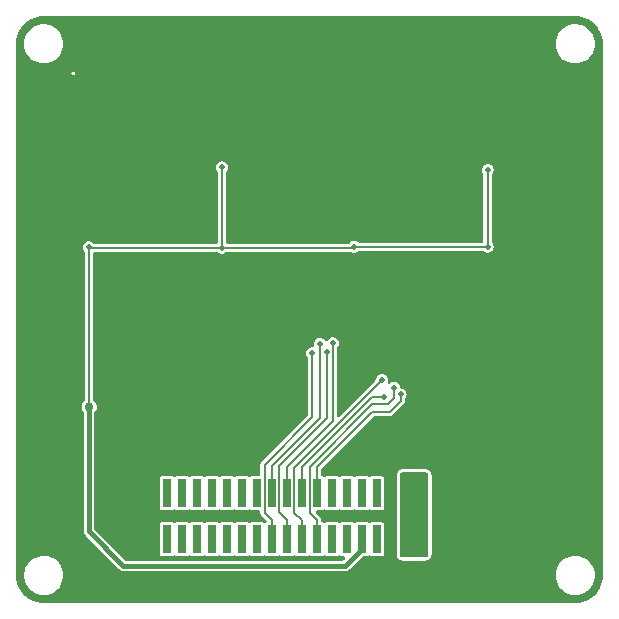
<source format=gbr>
%TF.GenerationSoftware,KiCad,Pcbnew,7.0.5*%
%TF.CreationDate,2023-06-16T02:28:43+08:00*%
%TF.ProjectId,io,696f2e6b-6963-4616-945f-706362585858,rev?*%
%TF.SameCoordinates,Original*%
%TF.FileFunction,Copper,L2,Bot*%
%TF.FilePolarity,Positive*%
%FSLAX46Y46*%
G04 Gerber Fmt 4.6, Leading zero omitted, Abs format (unit mm)*
G04 Created by KiCad (PCBNEW 7.0.5) date 2023-06-16 02:28:43*
%MOMM*%
%LPD*%
G01*
G04 APERTURE LIST*
%TA.AperFunction,SMDPad,CuDef*%
%ADD10R,0.740000X2.400000*%
%TD*%
%TA.AperFunction,ViaPad*%
%ADD11C,0.508000*%
%TD*%
%TA.AperFunction,ViaPad*%
%ADD12C,0.762000*%
%TD*%
%TA.AperFunction,Conductor*%
%ADD13C,0.203200*%
%TD*%
%TA.AperFunction,Conductor*%
%ADD14C,0.381000*%
%TD*%
G04 APERTURE END LIST*
D10*
%TO.P,J13,40,Pin_40*%
%TO.N,GND*%
X87785000Y-75170000D03*
%TO.P,J13,39,Pin_39*%
X87785000Y-71270000D03*
%TO.P,J13,38,Pin_38*%
X86515000Y-75170000D03*
%TO.P,J13,37,Pin_37*%
X86515000Y-71270000D03*
%TO.P,J13,36,Pin_36*%
%TO.N,/VBAT*%
X85245000Y-75170000D03*
%TO.P,J13,35,Pin_35*%
X85245000Y-71270000D03*
%TO.P,J13,34,Pin_34*%
X83975000Y-75170000D03*
%TO.P,J13,33,Pin_33*%
X83975000Y-71270000D03*
%TO.P,J13,32,Pin_32*%
%TO.N,GND*%
X82705000Y-75170000D03*
%TO.P,J13,31,Pin_31*%
X82705000Y-71270000D03*
%TO.P,J13,30,Pin_30*%
%TO.N,/+5V*%
X81435000Y-75170000D03*
%TO.P,J13,29,Pin_29*%
X81435000Y-71270000D03*
%TO.P,J13,28,Pin_28*%
%TO.N,+3.3V*%
X80165000Y-75170000D03*
%TO.P,J13,27,Pin_27*%
X80165000Y-71270000D03*
%TO.P,J13,26,Pin_26*%
%TO.N,/USB+*%
X78895000Y-75170000D03*
%TO.P,J13,25,Pin_25*%
%TO.N,/USB-*%
X78895000Y-71270000D03*
%TO.P,J13,24,Pin_24*%
%TO.N,/CAN_H*%
X77625000Y-75170000D03*
%TO.P,J13,23,Pin_23*%
%TO.N,/CAN_L*%
X77625000Y-71270000D03*
%TO.P,J13,22,Pin_22*%
%TO.N,/PWM_7*%
X76355000Y-75170000D03*
%TO.P,J13,21,Pin_21*%
%TO.N,/PWM_8*%
X76355000Y-71270000D03*
%TO.P,J13,20,Pin_20*%
%TO.N,/PWM_5*%
X75085000Y-75170000D03*
%TO.P,J13,19,Pin_19*%
%TO.N,/PWM_6*%
X75085000Y-71270000D03*
%TO.P,J13,18,Pin_18*%
%TO.N,/PWM_3*%
X73815000Y-75170000D03*
%TO.P,J13,17,Pin_17*%
%TO.N,/PWM_4*%
X73815000Y-71270000D03*
%TO.P,J13,16,Pin_16*%
%TO.N,/PWM_1*%
X72545000Y-75170000D03*
%TO.P,J13,15,Pin_15*%
%TO.N,/PWM_2*%
X72545000Y-71270000D03*
%TO.P,J13,14,Pin_14*%
%TO.N,/SPI_MOSI*%
X71275000Y-75170000D03*
%TO.P,J13,13,Pin_13*%
%TO.N,/SPI_MISO*%
X71275000Y-71270000D03*
%TO.P,J13,12,Pin_12*%
%TO.N,/SPI_CS*%
X70005000Y-75170000D03*
%TO.P,J13,11,Pin_11*%
%TO.N,/SPI_CLK*%
X70005000Y-71270000D03*
%TO.P,J13,10,Pin_10*%
%TO.N,/I2C_SDA*%
X68735000Y-75170000D03*
%TO.P,J13,9,Pin_9*%
%TO.N,/I2C_CLK*%
X68735000Y-71270000D03*
%TO.P,J13,8,Pin_8*%
%TO.N,/UART2_RX*%
X67465000Y-75170000D03*
%TO.P,J13,7,Pin_7*%
%TO.N,/UART2_TX*%
X67465000Y-71270000D03*
%TO.P,J13,6,Pin_6*%
%TO.N,/UART1_RX*%
X66195000Y-75170000D03*
%TO.P,J13,5,Pin_5*%
%TO.N,/UART1_TX*%
X66195000Y-71270000D03*
%TO.P,J13,4,Pin_4*%
%TO.N,/ADC_3*%
X64925000Y-75170000D03*
%TO.P,J13,3,Pin_3*%
%TO.N,/ADC_4*%
X64925000Y-71270000D03*
%TO.P,J13,2,Pin_2*%
%TO.N,/ADC_1*%
X63655000Y-75170000D03*
%TO.P,J13,1,Pin_1*%
%TO.N,/ADC_2*%
X63655000Y-71270000D03*
%TD*%
D11*
%TO.N,GND*%
X60657800Y-48658200D03*
X58473400Y-48658200D03*
X60124400Y-38828400D03*
X57940000Y-38828400D03*
X71427400Y-38701400D03*
X69243000Y-38701400D03*
X82705000Y-38879200D03*
X80520600Y-38879200D03*
X92052200Y-48963000D03*
X93906400Y-39006200D03*
X91722000Y-39006200D03*
X94236600Y-48963000D03*
X69827200Y-59732600D03*
X60505400Y-59072200D03*
X84991000Y-61612200D03*
X79276000Y-55516200D03*
X82984400Y-54576400D03*
X79987200Y-60494600D03*
X88597800Y-56125800D03*
X88597800Y-53179400D03*
X71884600Y-55567000D03*
X74831000Y-55567000D03*
X62588200Y-54703400D03*
X65534600Y-54703400D03*
X93931800Y-56887800D03*
X93931800Y-59351600D03*
X91341000Y-59351600D03*
X98478400Y-57192600D03*
X65356800Y-43654400D03*
X62410400Y-43654400D03*
X77066200Y-43781400D03*
X74119800Y-43781400D03*
X87912000Y-43984600D03*
X84965600Y-43984600D03*
X88496200Y-67479600D03*
X85549800Y-67479600D03*
X82578000Y-67479600D03*
X79631600Y-67479600D03*
X64137600Y-65727000D03*
X61191200Y-65727000D03*
X65966400Y-63491800D03*
X63020000Y-63491800D03*
X58346400Y-78604800D03*
X70208200Y-78604800D03*
X67261800Y-78604800D03*
X61369000Y-78604800D03*
X64315400Y-78604800D03*
X84381400Y-33799200D03*
X93169800Y-33799200D03*
X87327800Y-33799200D03*
X90274200Y-33799200D03*
X81435000Y-33799200D03*
X60708600Y-33773800D03*
X69497000Y-33773800D03*
X63655000Y-33773800D03*
X66601400Y-33773800D03*
X72443400Y-33773800D03*
X75389800Y-33773800D03*
X78336200Y-33773800D03*
X57762200Y-33773800D03*
X53139400Y-42308200D03*
X53139400Y-36466200D03*
X53139400Y-39412600D03*
X53139400Y-45254600D03*
X53139400Y-48201000D03*
X53139400Y-51147400D03*
X53088600Y-56887800D03*
X53088600Y-65676200D03*
X53088600Y-59834200D03*
X53088600Y-62780600D03*
X53088600Y-68622600D03*
X53088600Y-71569000D03*
X53088600Y-74515400D03*
X53088600Y-53941400D03*
X76228000Y-78604800D03*
X85016400Y-78604800D03*
X79174400Y-78604800D03*
X82120800Y-78604800D03*
X87962800Y-78604800D03*
X90909200Y-78604800D03*
X93855600Y-78604800D03*
X73281600Y-78604800D03*
X98503800Y-63212400D03*
X98503800Y-72000800D03*
X98503800Y-66158800D03*
X98503800Y-69105200D03*
X98503800Y-74947200D03*
X98503800Y-60266000D03*
X98478400Y-39641200D03*
X98478400Y-48429600D03*
X98478400Y-42587600D03*
X98478400Y-45534000D03*
X98478400Y-51376000D03*
X98478400Y-54322400D03*
X98478400Y-36694800D03*
%TO.N,+3.3V*%
X57046800Y-50461600D03*
X68328600Y-43679800D03*
X68303200Y-50487000D03*
X79533532Y-50410800D03*
X90807600Y-50385400D03*
X90807600Y-43908400D03*
%TO.N,/PWM_8*%
X83441600Y-62907600D03*
%TO.N,/PWM_7*%
X82907700Y-62323400D03*
%TO.N,/PWM_6*%
X82070000Y-63110800D03*
%TO.N,/PWM_5*%
X81846506Y-61688400D03*
%TO.N,/PWM_4*%
X77701200Y-58589600D03*
%TO.N,/PWM_3*%
X77193200Y-59351600D03*
%TO.N,/PWM_2*%
X76609000Y-58615000D03*
%TO.N,/PWM_1*%
X75948600Y-59427800D03*
D12*
%TO.N,+3.3V*%
X57072600Y-63949000D03*
D11*
X80213200Y-72136000D03*
X80162400Y-74320400D03*
X80213200Y-71374000D03*
X80162400Y-75082400D03*
%TO.N,GND*%
X86512400Y-71221600D03*
X82702400Y-74371200D03*
X86512400Y-72136000D03*
X82702400Y-72136000D03*
X87833200Y-72136000D03*
X82702400Y-75133200D03*
X86512400Y-74320400D03*
X87833200Y-71272400D03*
X87782400Y-75184000D03*
X86512400Y-75133200D03*
X82702400Y-71374000D03*
X87782400Y-74320400D03*
%TO.N,/SPI_CS*%
X70002400Y-74320400D03*
X70002400Y-75082400D03*
%TO.N,/SPI_CLK*%
X70002400Y-72153200D03*
X70002400Y-71391200D03*
%TO.N,/SPI_MOSI*%
X71272400Y-74320400D03*
X71272400Y-75082400D03*
%TO.N,/SPI_MISO*%
X71272400Y-71391200D03*
X71272400Y-72153200D03*
%TO.N,/I2C_CLK*%
X68732400Y-71323200D03*
X68732400Y-72136000D03*
%TO.N,/PWM_1*%
X72542400Y-74320400D03*
X72542400Y-75082400D03*
%TO.N,/PWM_2*%
X72542400Y-72153200D03*
X72542400Y-71391200D03*
%TO.N,/PWM_3*%
X73812400Y-75082400D03*
X73812400Y-74320400D03*
%TO.N,/PWM_4*%
X73812400Y-71391200D03*
X73812400Y-72153200D03*
%TO.N,/PWM_5*%
X75082400Y-74320400D03*
X75082400Y-75082400D03*
%TO.N,/PWM_6*%
X75082400Y-72136000D03*
X75082400Y-71374000D03*
%TO.N,/PWM_7*%
X76352400Y-75082400D03*
X76352400Y-74320400D03*
%TO.N,/PWM_8*%
X76403200Y-71374000D03*
X76403200Y-72136000D03*
%TO.N,/ADC_1*%
X63652400Y-74320400D03*
X63652400Y-75082400D03*
%TO.N,/ADC_3*%
X64922400Y-74320400D03*
X64922400Y-75082400D03*
%TO.N,/ADC_4*%
X64922400Y-72136000D03*
X64922400Y-71323200D03*
%TO.N,/UART1_RX*%
X66192400Y-75133200D03*
X66192400Y-74371200D03*
%TO.N,/UART1_TX*%
X66192400Y-71323200D03*
X66192400Y-72136000D03*
%TO.N,/ADC_2*%
X63652400Y-71323200D03*
X63652400Y-72136000D03*
%TO.N,/I2C_SDA*%
X68732400Y-74320400D03*
X68732400Y-75082400D03*
%TO.N,/UART2_RX*%
X67462400Y-74320400D03*
X67462400Y-75082400D03*
%TO.N,/CAN_L*%
X77622400Y-71374000D03*
X77622400Y-72136000D03*
%TO.N,/CAN_H*%
X77622400Y-75133200D03*
X77622400Y-74371200D03*
%TO.N,/USB-*%
X78892400Y-72085200D03*
X78892400Y-71323200D03*
%TO.N,/USB+*%
X78892400Y-75133200D03*
X78892400Y-74371200D03*
%TO.N,/+5V*%
X81432400Y-75133200D03*
X81432400Y-74371200D03*
X81432400Y-71374000D03*
X81432400Y-72136000D03*
%TO.N,/VBAT*%
X85191600Y-73253600D03*
X83972400Y-75184000D03*
X85242400Y-72136000D03*
X85242400Y-75184000D03*
X83972400Y-71170800D03*
X85242400Y-71170800D03*
X83972400Y-74371200D03*
X83972400Y-72136000D03*
X85242400Y-74371200D03*
X83972400Y-73253600D03*
%TO.N,/UART2_TX*%
X67462400Y-71323200D03*
X67462400Y-72136000D03*
%TD*%
D13*
%TO.N,/PWM_6*%
X75082400Y-69057000D02*
X75082400Y-71374000D01*
X81028600Y-63110800D02*
X75082400Y-69057000D01*
X82070000Y-63110800D02*
X81028600Y-63110800D01*
%TO.N,+3.3V*%
X57046800Y-63923200D02*
X57046800Y-50461600D01*
X57072600Y-63949000D02*
X57046800Y-63923200D01*
D14*
X78754000Y-77411000D02*
X80165000Y-76000000D01*
X57051000Y-63970600D02*
X57051000Y-74490000D01*
X57051000Y-74490000D02*
X59972000Y-77411000D01*
X57072600Y-63949000D02*
X57051000Y-63970600D01*
X80165000Y-76000000D02*
X80165000Y-75170000D01*
X59972000Y-77411000D02*
X78754000Y-77411000D01*
D13*
X57046800Y-50461600D02*
X57072200Y-50487000D01*
X57072200Y-50487000D02*
X68303200Y-50487000D01*
X68303200Y-43705200D02*
X68328600Y-43679800D01*
X68303200Y-50487000D02*
X68303200Y-43705200D01*
X68303200Y-50487000D02*
X79457332Y-50487000D01*
X79457332Y-50487000D02*
X79533532Y-50410800D01*
X90782200Y-50410800D02*
X79533532Y-50410800D01*
X90807600Y-50385400D02*
X90782200Y-50410800D01*
X90807600Y-50385400D02*
X90807600Y-43908400D01*
%TO.N,/PWM_2*%
X72542400Y-68930000D02*
X72542400Y-71391200D01*
X76609000Y-64863400D02*
X72542400Y-68930000D01*
X76609000Y-58615000D02*
X76609000Y-64863400D01*
%TO.N,/PWM_5*%
X75085000Y-73575600D02*
X75085000Y-75170000D01*
X74439000Y-69095906D02*
X74439000Y-72929600D01*
X81846506Y-61688400D02*
X74439000Y-69095906D01*
X74439000Y-72929600D02*
X75085000Y-73575600D01*
%TO.N,/PWM_8*%
X82527200Y-64355400D02*
X83441600Y-63441000D01*
X83441600Y-63441000D02*
X83441600Y-62907600D01*
X81054000Y-64355400D02*
X82527200Y-64355400D01*
X76355000Y-69054400D02*
X81054000Y-64355400D01*
X76355000Y-71270000D02*
X76355000Y-69054400D01*
%TO.N,/PWM_7*%
X82907700Y-63220121D02*
X82907700Y-63060000D01*
X82382021Y-63745800D02*
X82907700Y-63220121D01*
X75731000Y-69068800D02*
X81054000Y-63745800D01*
X75731000Y-72900800D02*
X75731000Y-69068800D01*
X76352400Y-73522200D02*
X75731000Y-72900800D01*
X81054000Y-63745800D02*
X82382021Y-63745800D01*
X76352400Y-75082400D02*
X76352400Y-73522200D01*
X82907700Y-62323400D02*
X82907700Y-63060000D01*
%TO.N,/PWM_4*%
X73815000Y-69054400D02*
X77701200Y-65168200D01*
X77701200Y-65168200D02*
X77701200Y-64355400D01*
X73815000Y-71270000D02*
X73815000Y-69054400D01*
X77701200Y-58589600D02*
X77701200Y-64355400D01*
%TO.N,/PWM_3*%
X77193200Y-64939600D02*
X77193200Y-64279200D01*
X73169000Y-68963800D02*
X77193200Y-64939600D01*
X73169000Y-72853400D02*
X73169000Y-68963800D01*
X73815000Y-73499400D02*
X73169000Y-72853400D01*
X73815000Y-75170000D02*
X73815000Y-73499400D01*
X77193200Y-59351600D02*
X77193200Y-64279200D01*
%TO.N,/PWM_1*%
X72545000Y-73524800D02*
X72545000Y-75170000D01*
X71921000Y-72900800D02*
X72545000Y-73524800D01*
X75948600Y-64812600D02*
X71921000Y-68840200D01*
X71921000Y-68840200D02*
X71921000Y-72900800D01*
X75948600Y-59427800D02*
X75948600Y-64812600D01*
%TD*%
%TA.AperFunction,Conductor*%
%TO.N,GND*%
G36*
X88341200Y-76708000D02*
G01*
X86106000Y-76708000D01*
X86106000Y-69494400D01*
X88341200Y-69494400D01*
X88341200Y-76708000D01*
G37*
%TD.AperFunction*%
%TD*%
%TA.AperFunction,Conductor*%
%TO.N,/VBAT*%
G36*
X85559370Y-69496821D02*
G01*
X85585658Y-69502049D01*
X85619821Y-69508845D01*
X85665237Y-69527657D01*
X85705968Y-69554872D01*
X85740727Y-69589631D01*
X85767941Y-69630359D01*
X85786754Y-69675778D01*
X85798779Y-69736229D01*
X85801200Y-69760811D01*
X85801200Y-76441588D01*
X85798779Y-76466170D01*
X85786754Y-76526621D01*
X85767941Y-76572040D01*
X85740730Y-76612765D01*
X85705965Y-76647530D01*
X85665240Y-76674741D01*
X85619822Y-76693554D01*
X85581576Y-76701162D01*
X85559369Y-76705579D01*
X85534789Y-76708000D01*
X83629211Y-76708000D01*
X83604629Y-76705579D01*
X83544178Y-76693554D01*
X83498759Y-76674741D01*
X83458031Y-76647527D01*
X83423272Y-76612768D01*
X83396057Y-76572037D01*
X83377245Y-76526619D01*
X83365221Y-76466168D01*
X83362800Y-76441588D01*
X83362800Y-69760811D01*
X83365221Y-69736231D01*
X83377245Y-69675780D01*
X83396056Y-69630363D01*
X83423274Y-69589628D01*
X83458028Y-69554874D01*
X83498763Y-69527656D01*
X83544178Y-69508845D01*
X83567896Y-69504127D01*
X83604631Y-69496821D01*
X83629211Y-69494400D01*
X85534789Y-69494400D01*
X85559370Y-69496821D01*
G37*
%TD.AperFunction*%
%TD*%
%TA.AperFunction,Conductor*%
%TO.N,GND*%
G36*
X98221900Y-30873014D02*
G01*
X98499114Y-30889783D01*
X98506656Y-30890699D01*
X98777960Y-30940417D01*
X98785333Y-30942234D01*
X99048654Y-31024289D01*
X99055764Y-31026985D01*
X99307282Y-31140184D01*
X99314014Y-31143718D01*
X99550055Y-31286410D01*
X99556296Y-31290718D01*
X99773422Y-31460825D01*
X99779104Y-31465859D01*
X99974139Y-31660894D01*
X99979175Y-31666578D01*
X100149278Y-31883700D01*
X100153591Y-31889948D01*
X100192397Y-31954140D01*
X100296281Y-32125985D01*
X100299818Y-32132723D01*
X100399452Y-32354101D01*
X100413010Y-32384225D01*
X100415710Y-32391345D01*
X100497763Y-32654661D01*
X100499586Y-32662055D01*
X100549299Y-32933336D01*
X100550217Y-32940895D01*
X100565881Y-33199869D01*
X100566984Y-33218096D01*
X100567099Y-33221901D01*
X100567100Y-78185102D01*
X100567100Y-78218097D01*
X100566985Y-78221902D01*
X100550217Y-78499104D01*
X100549299Y-78506663D01*
X100499586Y-78777944D01*
X100497763Y-78785338D01*
X100415710Y-79048654D01*
X100413010Y-79055774D01*
X100299820Y-79307272D01*
X100296281Y-79314014D01*
X100153597Y-79550043D01*
X100149272Y-79556307D01*
X100038813Y-79697299D01*
X99979181Y-79773414D01*
X99974132Y-79779113D01*
X99779113Y-79974132D01*
X99773414Y-79979181D01*
X99556310Y-80149271D01*
X99550043Y-80153597D01*
X99314014Y-80296281D01*
X99307272Y-80299820D01*
X99055774Y-80413010D01*
X99048654Y-80415710D01*
X98785338Y-80497763D01*
X98777944Y-80499586D01*
X98506663Y-80549299D01*
X98499104Y-80550217D01*
X98257109Y-80564855D01*
X98221900Y-80566985D01*
X98218097Y-80567100D01*
X53221903Y-80567100D01*
X53218099Y-80566985D01*
X53176445Y-80564465D01*
X52940895Y-80550217D01*
X52933336Y-80549299D01*
X52760556Y-80517636D01*
X52662051Y-80499585D01*
X52654661Y-80497763D01*
X52391345Y-80415710D01*
X52384225Y-80413010D01*
X52132723Y-80299818D01*
X52125985Y-80296281D01*
X51968753Y-80201231D01*
X51889948Y-80153591D01*
X51883700Y-80149278D01*
X51666578Y-79979175D01*
X51660894Y-79974139D01*
X51465859Y-79779104D01*
X51460825Y-79773422D01*
X51290718Y-79556296D01*
X51286410Y-79550055D01*
X51143718Y-79314014D01*
X51140184Y-79307282D01*
X51026985Y-79055764D01*
X51024289Y-79048654D01*
X50995284Y-78955574D01*
X50942234Y-78785333D01*
X50940417Y-78777960D01*
X50890699Y-78506656D01*
X50889783Y-78499114D01*
X50873014Y-78221900D01*
X50872957Y-78220000D01*
X51561989Y-78220000D01*
X51582402Y-78479370D01*
X51601589Y-78559292D01*
X51643137Y-78732352D01*
X51742700Y-78972719D01*
X51878642Y-79194555D01*
X51878643Y-79194557D01*
X52047608Y-79392391D01*
X52239534Y-79556310D01*
X52245446Y-79561359D01*
X52467279Y-79697299D01*
X52707646Y-79796862D01*
X52960630Y-79857598D01*
X53220000Y-79878011D01*
X53479370Y-79857598D01*
X53732354Y-79796862D01*
X53972721Y-79697299D01*
X54194554Y-79561359D01*
X54392391Y-79392391D01*
X54561359Y-79194554D01*
X54697299Y-78972721D01*
X54796862Y-78732354D01*
X54857598Y-78479370D01*
X54878011Y-78220000D01*
X96561989Y-78220000D01*
X96582402Y-78479370D01*
X96601589Y-78559292D01*
X96643137Y-78732352D01*
X96742700Y-78972719D01*
X96878642Y-79194555D01*
X96878643Y-79194557D01*
X97047608Y-79392391D01*
X97239534Y-79556310D01*
X97245446Y-79561359D01*
X97467279Y-79697299D01*
X97707646Y-79796862D01*
X97960630Y-79857598D01*
X98220000Y-79878011D01*
X98479370Y-79857598D01*
X98732354Y-79796862D01*
X98972721Y-79697299D01*
X99194554Y-79561359D01*
X99392391Y-79392391D01*
X99561359Y-79194554D01*
X99697299Y-78972721D01*
X99796862Y-78732354D01*
X99857598Y-78479370D01*
X99878011Y-78220000D01*
X99857598Y-77960630D01*
X99796862Y-77707646D01*
X99697299Y-77467279D01*
X99561359Y-77245446D01*
X99512349Y-77188062D01*
X99392391Y-77047608D01*
X99194557Y-76878643D01*
X99194555Y-76878642D01*
X99194554Y-76878641D01*
X98972721Y-76742701D01*
X98908757Y-76716206D01*
X98732352Y-76643137D01*
X98559292Y-76601589D01*
X98479370Y-76582402D01*
X98220000Y-76561989D01*
X97960630Y-76582402D01*
X97707647Y-76643137D01*
X97467280Y-76742700D01*
X97245444Y-76878642D01*
X97245442Y-76878643D01*
X97047608Y-77047608D01*
X96878643Y-77245442D01*
X96878642Y-77245444D01*
X96742700Y-77467280D01*
X96643137Y-77707647D01*
X96606390Y-77860711D01*
X96582402Y-77960630D01*
X96561989Y-78220000D01*
X54878011Y-78220000D01*
X54857598Y-77960630D01*
X54796862Y-77707646D01*
X54697299Y-77467279D01*
X54561359Y-77245446D01*
X54512349Y-77188062D01*
X54392391Y-77047608D01*
X54194557Y-76878643D01*
X54194555Y-76878642D01*
X54194554Y-76878641D01*
X53972721Y-76742701D01*
X53908757Y-76716206D01*
X53732352Y-76643137D01*
X53559292Y-76601589D01*
X53479370Y-76582402D01*
X53220000Y-76561989D01*
X52960630Y-76582402D01*
X52707647Y-76643137D01*
X52467280Y-76742700D01*
X52245444Y-76878642D01*
X52245442Y-76878643D01*
X52047608Y-77047608D01*
X51878643Y-77245442D01*
X51878642Y-77245444D01*
X51742700Y-77467280D01*
X51643137Y-77707647D01*
X51606390Y-77860711D01*
X51582402Y-77960630D01*
X51561989Y-78220000D01*
X50872957Y-78220000D01*
X50872900Y-78218097D01*
X50872900Y-78185101D01*
X50872900Y-63949003D01*
X56432432Y-63949003D01*
X56451032Y-64102199D01*
X56493785Y-64214929D01*
X56505759Y-64246501D01*
X56583696Y-64359413D01*
X56605932Y-64426836D01*
X56606000Y-64430988D01*
X56606000Y-74461471D01*
X56605604Y-74468530D01*
X56601289Y-74506827D01*
X56611990Y-74563386D01*
X56612384Y-74565707D01*
X56620967Y-74622648D01*
X56623441Y-74630669D01*
X56626227Y-74638633D01*
X56653125Y-74689527D01*
X56654187Y-74691630D01*
X56679171Y-74743510D01*
X56683911Y-74750461D01*
X56688912Y-74757238D01*
X56709264Y-74777589D01*
X56729642Y-74797967D01*
X56731252Y-74799639D01*
X56770412Y-74841843D01*
X56777793Y-74847729D01*
X56777242Y-74848418D01*
X56789493Y-74857818D01*
X59637174Y-77705499D01*
X59641875Y-77710760D01*
X59665905Y-77740892D01*
X59692853Y-77759265D01*
X59713470Y-77773322D01*
X59715375Y-77774674D01*
X59726425Y-77782829D01*
X59761720Y-77808878D01*
X59769105Y-77812781D01*
X59776738Y-77816457D01*
X59776741Y-77816459D01*
X59831761Y-77833430D01*
X59833958Y-77834153D01*
X59888335Y-77853181D01*
X59888341Y-77853181D01*
X59896620Y-77854748D01*
X59904926Y-77856000D01*
X59904927Y-77856000D01*
X59962506Y-77856000D01*
X59964861Y-77856044D01*
X59994132Y-77857139D01*
X60022386Y-77858196D01*
X60022386Y-77858195D01*
X60022387Y-77858196D01*
X60031771Y-77857139D01*
X60031869Y-77858014D01*
X60047171Y-77856000D01*
X78725472Y-77856000D01*
X78732526Y-77856395D01*
X78770827Y-77860711D01*
X78827418Y-77850002D01*
X78829685Y-77849617D01*
X78886647Y-77841033D01*
X78886652Y-77841030D01*
X78894669Y-77838557D01*
X78902625Y-77835773D01*
X78902634Y-77835772D01*
X78953541Y-77808866D01*
X78955631Y-77807812D01*
X78972767Y-77799559D01*
X79007509Y-77782829D01*
X79007513Y-77782825D01*
X79014465Y-77778085D01*
X79021227Y-77773093D01*
X79021235Y-77773090D01*
X79061980Y-77732343D01*
X79063632Y-77730753D01*
X79105844Y-77691587D01*
X79105848Y-77691579D01*
X79111731Y-77684203D01*
X79112424Y-77684756D01*
X79121816Y-77672507D01*
X80132919Y-76661403D01*
X80195232Y-76627378D01*
X80222015Y-76624499D01*
X80560064Y-76624499D01*
X80560066Y-76624499D01*
X80560069Y-76624498D01*
X80560072Y-76624498D01*
X80596663Y-76617219D01*
X80634301Y-76609734D01*
X80718484Y-76553484D01*
X80718484Y-76553483D01*
X80728803Y-76546589D01*
X80731104Y-76550033D01*
X80773217Y-76527038D01*
X80844032Y-76532103D01*
X80869808Y-76548669D01*
X80871198Y-76546590D01*
X80965697Y-76609733D01*
X80965699Y-76609734D01*
X81039933Y-76624500D01*
X81830066Y-76624499D01*
X81830069Y-76624498D01*
X81830073Y-76624498D01*
X81879326Y-76614701D01*
X81904301Y-76609734D01*
X81988484Y-76553484D01*
X82044734Y-76469301D01*
X82048978Y-76447966D01*
X83103300Y-76447966D01*
X83103925Y-76460696D01*
X83107591Y-76497912D01*
X83107596Y-76497955D01*
X83109462Y-76510538D01*
X83122728Y-76577233D01*
X83122730Y-76577239D01*
X83137498Y-76625925D01*
X83156309Y-76671341D01*
X83170642Y-76698156D01*
X83180289Y-76716205D01*
X83207504Y-76756936D01*
X83207506Y-76756938D01*
X83207508Y-76756941D01*
X83239774Y-76796258D01*
X83239790Y-76796275D01*
X83274523Y-76831008D01*
X83274540Y-76831024D01*
X83284982Y-76839593D01*
X83313859Y-76863292D01*
X83336830Y-76878641D01*
X83354581Y-76890502D01*
X83354582Y-76890503D01*
X83354584Y-76890504D01*
X83354587Y-76890506D01*
X83359936Y-76893365D01*
X83399445Y-76914484D01*
X83399453Y-76914488D01*
X83420029Y-76923010D01*
X83444871Y-76933301D01*
X83456496Y-76936827D01*
X83493550Y-76948067D01*
X83560250Y-76961335D01*
X83572854Y-76963205D01*
X83572867Y-76963206D01*
X83572872Y-76963207D01*
X83610101Y-76966874D01*
X83610110Y-76966874D01*
X83610116Y-76966875D01*
X83622841Y-76967500D01*
X83622846Y-76967500D01*
X85541155Y-76967500D01*
X85541160Y-76967500D01*
X85553885Y-76966875D01*
X85553893Y-76966874D01*
X85553897Y-76966874D01*
X85591142Y-76963206D01*
X85591143Y-76963205D01*
X85591145Y-76963205D01*
X85603748Y-76961335D01*
X85670449Y-76948068D01*
X85719129Y-76933300D01*
X85764547Y-76914487D01*
X85809408Y-76890509D01*
X85850133Y-76863298D01*
X85889459Y-76831024D01*
X85924224Y-76796259D01*
X85956498Y-76756933D01*
X85983709Y-76716208D01*
X86007688Y-76671346D01*
X86026501Y-76625927D01*
X86041267Y-76577249D01*
X86054535Y-76510549D01*
X86056405Y-76497945D01*
X86059226Y-76469302D01*
X86060074Y-76460698D01*
X86060074Y-76460697D01*
X86060075Y-76460683D01*
X86060700Y-76447958D01*
X86060700Y-69754441D01*
X86060075Y-69741716D01*
X86060074Y-69741701D01*
X86060074Y-69741700D01*
X86056407Y-69704472D01*
X86056405Y-69704456D01*
X86056405Y-69704454D01*
X86054535Y-69691850D01*
X86041267Y-69625150D01*
X86030027Y-69588096D01*
X86026501Y-69576471D01*
X86007686Y-69531049D01*
X86000570Y-69517737D01*
X85988096Y-69494400D01*
X86106000Y-69494400D01*
X86106000Y-76708000D01*
X88341200Y-76708000D01*
X88341200Y-69494400D01*
X86106000Y-69494400D01*
X85988096Y-69494400D01*
X85983706Y-69486187D01*
X85956492Y-69445459D01*
X85946105Y-69432803D01*
X85924224Y-69406140D01*
X85924208Y-69406123D01*
X85889475Y-69371390D01*
X85889458Y-69371374D01*
X85850141Y-69339108D01*
X85850140Y-69339107D01*
X85850136Y-69339104D01*
X85809405Y-69311889D01*
X85764544Y-69287910D01*
X85764542Y-69287909D01*
X85764538Y-69287907D01*
X85719138Y-69269101D01*
X85670438Y-69254329D01*
X85603740Y-69241062D01*
X85591157Y-69239196D01*
X85591111Y-69239191D01*
X85553895Y-69235525D01*
X85553899Y-69235525D01*
X85541166Y-69234900D01*
X85541159Y-69234900D01*
X83622840Y-69234900D01*
X83622832Y-69234900D01*
X83610102Y-69235525D01*
X83572865Y-69239193D01*
X83560261Y-69241062D01*
X83493560Y-69254329D01*
X83444882Y-69269094D01*
X83444878Y-69269095D01*
X83399462Y-69287906D01*
X83354584Y-69311894D01*
X83313869Y-69339098D01*
X83313858Y-69339106D01*
X83274542Y-69371373D01*
X83274520Y-69371393D01*
X83239793Y-69406120D01*
X83239773Y-69406142D01*
X83207506Y-69445458D01*
X83207498Y-69445469D01*
X83180296Y-69486181D01*
X83180283Y-69486203D01*
X83156308Y-69531059D01*
X83137499Y-69576468D01*
X83137499Y-69576469D01*
X83122731Y-69625153D01*
X83122728Y-69625165D01*
X83109462Y-69691860D01*
X83107596Y-69704443D01*
X83107591Y-69704486D01*
X83103925Y-69741702D01*
X83103300Y-69754432D01*
X83103300Y-76447966D01*
X82048978Y-76447966D01*
X82059500Y-76395067D01*
X82059499Y-73944934D01*
X82059498Y-73944930D01*
X82059498Y-73944926D01*
X82044734Y-73870699D01*
X82006155Y-73812962D01*
X81988484Y-73786516D01*
X81988483Y-73786515D01*
X81904302Y-73730266D01*
X81830068Y-73715500D01*
X81039936Y-73715500D01*
X81039926Y-73715501D01*
X80965699Y-73730265D01*
X80871197Y-73793411D01*
X80868895Y-73789966D01*
X80826783Y-73812962D01*
X80755968Y-73807897D01*
X80730191Y-73791330D01*
X80728802Y-73793410D01*
X80634302Y-73730266D01*
X80560068Y-73715500D01*
X79769936Y-73715500D01*
X79769926Y-73715501D01*
X79695699Y-73730265D01*
X79601197Y-73793411D01*
X79598895Y-73789966D01*
X79556783Y-73812962D01*
X79485968Y-73807897D01*
X79460191Y-73791330D01*
X79458802Y-73793410D01*
X79364302Y-73730266D01*
X79290068Y-73715500D01*
X78499936Y-73715500D01*
X78499926Y-73715501D01*
X78425699Y-73730265D01*
X78331197Y-73793411D01*
X78328895Y-73789966D01*
X78286783Y-73812962D01*
X78215968Y-73807897D01*
X78190191Y-73791330D01*
X78188802Y-73793410D01*
X78094302Y-73730266D01*
X78020068Y-73715500D01*
X77229936Y-73715500D01*
X77229926Y-73715501D01*
X77155699Y-73730265D01*
X77061197Y-73793411D01*
X77058895Y-73789966D01*
X77016783Y-73812962D01*
X76945968Y-73807897D01*
X76920191Y-73791330D01*
X76918802Y-73793410D01*
X76824302Y-73730266D01*
X76809918Y-73727405D01*
X76747009Y-73694497D01*
X76711877Y-73632802D01*
X76708500Y-73603830D01*
X76708500Y-73590519D01*
X76708500Y-73572189D01*
X76711182Y-73546337D01*
X76713115Y-73537119D01*
X76708983Y-73503972D01*
X76708500Y-73496182D01*
X76708500Y-73492697D01*
X76708500Y-73492692D01*
X76705062Y-73472092D01*
X76704694Y-73469564D01*
X76704227Y-73465814D01*
X76698415Y-73419186D01*
X76698413Y-73419183D01*
X76696278Y-73412011D01*
X76693863Y-73404976D01*
X76669699Y-73360325D01*
X76668507Y-73358009D01*
X76661422Y-73343516D01*
X76646219Y-73312417D01*
X76646215Y-73312413D01*
X76641878Y-73306337D01*
X76637297Y-73300451D01*
X76599939Y-73266061D01*
X76598083Y-73264281D01*
X76273396Y-72939594D01*
X76239370Y-72877282D01*
X76244435Y-72806467D01*
X76286982Y-72749631D01*
X76353502Y-72724820D01*
X76362491Y-72724499D01*
X76750064Y-72724499D01*
X76750066Y-72724499D01*
X76750069Y-72724498D01*
X76750072Y-72724498D01*
X76786663Y-72717219D01*
X76824301Y-72709734D01*
X76908484Y-72653484D01*
X76908484Y-72653483D01*
X76918803Y-72646589D01*
X76921104Y-72650033D01*
X76963217Y-72627038D01*
X77034032Y-72632103D01*
X77059808Y-72648669D01*
X77061198Y-72646590D01*
X77155697Y-72709733D01*
X77155699Y-72709734D01*
X77229933Y-72724500D01*
X78020066Y-72724499D01*
X78020069Y-72724498D01*
X78020073Y-72724498D01*
X78069326Y-72714701D01*
X78094301Y-72709734D01*
X78178484Y-72653484D01*
X78178484Y-72653483D01*
X78188803Y-72646589D01*
X78191104Y-72650033D01*
X78233217Y-72627038D01*
X78304032Y-72632103D01*
X78329808Y-72648669D01*
X78331198Y-72646590D01*
X78425697Y-72709733D01*
X78425699Y-72709734D01*
X78499933Y-72724500D01*
X79290066Y-72724499D01*
X79290069Y-72724498D01*
X79290073Y-72724498D01*
X79339326Y-72714701D01*
X79364301Y-72709734D01*
X79448484Y-72653484D01*
X79448484Y-72653483D01*
X79458803Y-72646589D01*
X79461104Y-72650033D01*
X79503217Y-72627038D01*
X79574032Y-72632103D01*
X79599808Y-72648669D01*
X79601198Y-72646590D01*
X79695697Y-72709733D01*
X79695699Y-72709734D01*
X79769933Y-72724500D01*
X80560066Y-72724499D01*
X80560069Y-72724498D01*
X80560073Y-72724498D01*
X80609326Y-72714701D01*
X80634301Y-72709734D01*
X80718484Y-72653484D01*
X80718484Y-72653483D01*
X80728803Y-72646589D01*
X80731104Y-72650033D01*
X80773217Y-72627038D01*
X80844032Y-72632103D01*
X80869808Y-72648669D01*
X80871198Y-72646590D01*
X80965697Y-72709733D01*
X80965699Y-72709734D01*
X81039933Y-72724500D01*
X81830066Y-72724499D01*
X81830069Y-72724498D01*
X81830073Y-72724498D01*
X81879326Y-72714701D01*
X81904301Y-72709734D01*
X81988484Y-72653484D01*
X82044734Y-72569301D01*
X82059500Y-72495067D01*
X82059499Y-70044934D01*
X82059498Y-70044930D01*
X82059498Y-70044926D01*
X82044734Y-69970699D01*
X82006155Y-69912962D01*
X81988484Y-69886516D01*
X81988483Y-69886515D01*
X81904302Y-69830266D01*
X81830068Y-69815500D01*
X81039936Y-69815500D01*
X81039926Y-69815501D01*
X80965699Y-69830265D01*
X80871197Y-69893411D01*
X80868895Y-69889966D01*
X80826783Y-69912962D01*
X80755968Y-69907897D01*
X80730191Y-69891330D01*
X80728802Y-69893410D01*
X80634302Y-69830266D01*
X80560068Y-69815500D01*
X79769936Y-69815500D01*
X79769926Y-69815501D01*
X79695699Y-69830265D01*
X79601197Y-69893411D01*
X79598895Y-69889966D01*
X79556783Y-69912962D01*
X79485968Y-69907897D01*
X79460191Y-69891330D01*
X79458802Y-69893410D01*
X79364302Y-69830266D01*
X79290068Y-69815500D01*
X78499936Y-69815500D01*
X78499926Y-69815501D01*
X78425699Y-69830265D01*
X78331197Y-69893411D01*
X78328895Y-69889966D01*
X78286783Y-69912962D01*
X78215968Y-69907897D01*
X78190191Y-69891330D01*
X78188802Y-69893410D01*
X78094302Y-69830266D01*
X78020068Y-69815500D01*
X77229936Y-69815500D01*
X77229926Y-69815501D01*
X77155699Y-69830265D01*
X77061197Y-69893411D01*
X77058895Y-69889966D01*
X77016783Y-69912962D01*
X76945968Y-69907897D01*
X76920191Y-69891330D01*
X76918802Y-69893410D01*
X76824303Y-69830266D01*
X76812517Y-69827922D01*
X76749608Y-69795014D01*
X76714477Y-69733318D01*
X76711100Y-69704343D01*
X76711100Y-69254090D01*
X76731102Y-69185969D01*
X76748000Y-69165000D01*
X81164596Y-64748405D01*
X81226908Y-64714379D01*
X81253691Y-64711500D01*
X82477200Y-64711500D01*
X82503055Y-64714181D01*
X82512281Y-64716116D01*
X82545433Y-64711983D01*
X82553224Y-64711500D01*
X82556703Y-64711500D01*
X82556708Y-64711500D01*
X82577264Y-64708069D01*
X82579839Y-64707694D01*
X82589314Y-64706512D01*
X82630213Y-64701415D01*
X82630221Y-64701410D01*
X82637378Y-64699280D01*
X82644416Y-64696864D01*
X82644424Y-64696863D01*
X82689100Y-64672684D01*
X82691375Y-64671513D01*
X82736982Y-64649219D01*
X82736986Y-64649214D01*
X82743056Y-64644881D01*
X82748935Y-64640304D01*
X82748946Y-64640299D01*
X82783379Y-64602892D01*
X82785092Y-64601107D01*
X83658045Y-63728154D01*
X83678221Y-63711770D01*
X83686115Y-63706614D01*
X83706638Y-63680243D01*
X83711796Y-63674403D01*
X83714266Y-63671935D01*
X83726377Y-63654972D01*
X83727935Y-63652883D01*
X83740088Y-63637267D01*
X83759111Y-63612828D01*
X83759112Y-63612822D01*
X83762660Y-63606268D01*
X83765936Y-63599567D01*
X83765941Y-63599561D01*
X83780439Y-63550858D01*
X83781206Y-63548462D01*
X83797700Y-63500423D01*
X83797700Y-63500416D01*
X83798933Y-63493027D01*
X83799852Y-63485655D01*
X83798366Y-63449726D01*
X83797753Y-63434933D01*
X83797700Y-63432337D01*
X83797700Y-63320134D01*
X83817702Y-63252013D01*
X83828471Y-63237626D01*
X83873776Y-63185343D01*
X83934519Y-63052334D01*
X83934827Y-63050189D01*
X83955329Y-62907603D01*
X83955329Y-62907596D01*
X83934520Y-62762872D01*
X83934519Y-62762871D01*
X83934519Y-62762866D01*
X83873776Y-62629857D01*
X83778021Y-62519350D01*
X83778020Y-62519349D01*
X83711779Y-62476779D01*
X83655011Y-62440296D01*
X83583594Y-62419326D01*
X83506375Y-62396652D01*
X83446649Y-62358268D01*
X83417157Y-62293691D01*
X83400619Y-62178666D01*
X83339876Y-62045657D01*
X83244121Y-61935150D01*
X83244120Y-61935149D01*
X83173605Y-61889832D01*
X83121111Y-61856096D01*
X83086036Y-61845796D01*
X82980814Y-61814900D01*
X82980811Y-61814900D01*
X82834589Y-61814900D01*
X82834585Y-61814900D01*
X82694289Y-61856096D01*
X82694287Y-61856097D01*
X82571280Y-61935149D01*
X82554583Y-61954418D01*
X82494856Y-61992800D01*
X82423859Y-61992798D01*
X82364134Y-61954413D01*
X82334642Y-61889832D01*
X82338466Y-61836397D01*
X82339421Y-61833142D01*
X82339425Y-61833134D01*
X82360235Y-61688400D01*
X82360235Y-61688396D01*
X82339426Y-61543672D01*
X82339425Y-61543671D01*
X82339425Y-61543666D01*
X82278682Y-61410657D01*
X82182927Y-61300150D01*
X82182926Y-61300149D01*
X82121422Y-61260622D01*
X82059917Y-61221096D01*
X82024842Y-61210797D01*
X81919620Y-61179900D01*
X81919617Y-61179900D01*
X81773395Y-61179900D01*
X81773391Y-61179900D01*
X81633095Y-61221096D01*
X81633093Y-61221097D01*
X81510085Y-61300149D01*
X81414330Y-61410656D01*
X81353587Y-61543665D01*
X81353585Y-61543672D01*
X81337044Y-61658718D01*
X81307551Y-61723299D01*
X81301422Y-61729881D01*
X78272395Y-64758908D01*
X78210083Y-64792934D01*
X78139268Y-64787869D01*
X78082432Y-64745322D01*
X78057621Y-64678802D01*
X78057300Y-64669813D01*
X78057300Y-59002134D01*
X78077302Y-58934013D01*
X78088071Y-58919626D01*
X78133376Y-58867343D01*
X78194119Y-58734334D01*
X78214929Y-58589600D01*
X78214929Y-58589596D01*
X78194120Y-58444872D01*
X78194119Y-58444871D01*
X78194119Y-58444866D01*
X78133376Y-58311857D01*
X78037621Y-58201350D01*
X78037620Y-58201349D01*
X77976116Y-58161823D01*
X77914611Y-58122296D01*
X77879536Y-58111996D01*
X77774314Y-58081100D01*
X77774311Y-58081100D01*
X77628089Y-58081100D01*
X77628085Y-58081100D01*
X77487789Y-58122296D01*
X77487787Y-58122297D01*
X77364779Y-58201349D01*
X77269024Y-58311856D01*
X77269022Y-58311859D01*
X77263447Y-58324067D01*
X77216952Y-58377721D01*
X77148831Y-58397721D01*
X77080711Y-58377717D01*
X77042836Y-58339840D01*
X77041175Y-58337256D01*
X76945420Y-58226749D01*
X76883916Y-58187223D01*
X76822411Y-58147696D01*
X76787336Y-58137396D01*
X76682114Y-58106500D01*
X76682111Y-58106500D01*
X76535889Y-58106500D01*
X76535885Y-58106500D01*
X76395589Y-58147696D01*
X76395587Y-58147697D01*
X76272579Y-58226749D01*
X76176824Y-58337256D01*
X76116081Y-58470265D01*
X76116079Y-58470272D01*
X76095271Y-58614996D01*
X76095271Y-58615003D01*
X76117363Y-58768654D01*
X76115511Y-58768920D01*
X76115517Y-58828788D01*
X76077138Y-58888518D01*
X76012560Y-58918016D01*
X75994618Y-58919300D01*
X75875485Y-58919300D01*
X75735189Y-58960496D01*
X75735187Y-58960497D01*
X75612179Y-59039549D01*
X75516424Y-59150056D01*
X75455681Y-59283065D01*
X75455679Y-59283072D01*
X75434871Y-59427796D01*
X75434871Y-59427803D01*
X75455679Y-59572527D01*
X75455681Y-59572534D01*
X75516424Y-59705543D01*
X75561724Y-59757822D01*
X75591217Y-59822401D01*
X75592500Y-59840334D01*
X75592500Y-64612908D01*
X75572498Y-64681029D01*
X75555595Y-64702003D01*
X71704555Y-68553042D01*
X71684380Y-68569427D01*
X71676487Y-68574583D01*
X71676484Y-68574586D01*
X71655967Y-68600946D01*
X71650802Y-68606795D01*
X71648333Y-68609264D01*
X71636215Y-68626235D01*
X71634662Y-68628319D01*
X71603489Y-68668371D01*
X71599921Y-68674962D01*
X71596657Y-68681640D01*
X71582166Y-68730316D01*
X71581372Y-68732794D01*
X71564899Y-68780776D01*
X71563672Y-68788133D01*
X71562747Y-68795546D01*
X71564846Y-68846257D01*
X71564900Y-68848861D01*
X71564900Y-69689500D01*
X71544898Y-69757621D01*
X71491242Y-69804114D01*
X71438900Y-69815500D01*
X70879936Y-69815500D01*
X70879926Y-69815501D01*
X70805699Y-69830265D01*
X70711197Y-69893411D01*
X70708895Y-69889966D01*
X70666783Y-69912962D01*
X70595968Y-69907897D01*
X70570191Y-69891330D01*
X70568802Y-69893410D01*
X70474302Y-69830266D01*
X70400068Y-69815500D01*
X69609936Y-69815500D01*
X69609926Y-69815501D01*
X69535699Y-69830265D01*
X69441197Y-69893411D01*
X69438895Y-69889966D01*
X69396783Y-69912962D01*
X69325968Y-69907897D01*
X69300191Y-69891330D01*
X69298802Y-69893410D01*
X69204302Y-69830266D01*
X69130068Y-69815500D01*
X68339936Y-69815500D01*
X68339926Y-69815501D01*
X68265699Y-69830265D01*
X68171197Y-69893411D01*
X68168895Y-69889966D01*
X68126783Y-69912962D01*
X68055968Y-69907897D01*
X68030191Y-69891330D01*
X68028802Y-69893410D01*
X67934302Y-69830266D01*
X67860068Y-69815500D01*
X67069936Y-69815500D01*
X67069926Y-69815501D01*
X66995699Y-69830265D01*
X66901197Y-69893411D01*
X66898895Y-69889966D01*
X66856783Y-69912962D01*
X66785968Y-69907897D01*
X66760191Y-69891330D01*
X66758802Y-69893410D01*
X66664302Y-69830266D01*
X66590068Y-69815500D01*
X65799936Y-69815500D01*
X65799926Y-69815501D01*
X65725699Y-69830265D01*
X65631197Y-69893411D01*
X65628895Y-69889966D01*
X65586783Y-69912962D01*
X65515968Y-69907897D01*
X65490191Y-69891330D01*
X65488802Y-69893410D01*
X65394302Y-69830266D01*
X65320068Y-69815500D01*
X64529936Y-69815500D01*
X64529926Y-69815501D01*
X64455699Y-69830265D01*
X64361197Y-69893411D01*
X64358895Y-69889966D01*
X64316783Y-69912962D01*
X64245968Y-69907897D01*
X64220191Y-69891330D01*
X64218802Y-69893410D01*
X64124302Y-69830266D01*
X64050068Y-69815500D01*
X63259936Y-69815500D01*
X63259926Y-69815501D01*
X63185699Y-69830265D01*
X63101515Y-69886516D01*
X63045266Y-69970697D01*
X63030500Y-70044930D01*
X63030500Y-72495063D01*
X63030501Y-72495073D01*
X63045265Y-72569300D01*
X63101516Y-72653484D01*
X63185697Y-72709733D01*
X63185699Y-72709734D01*
X63259933Y-72724500D01*
X64050066Y-72724499D01*
X64050069Y-72724498D01*
X64050073Y-72724498D01*
X64099326Y-72714701D01*
X64124301Y-72709734D01*
X64208484Y-72653484D01*
X64208484Y-72653483D01*
X64218803Y-72646589D01*
X64221104Y-72650033D01*
X64263217Y-72627038D01*
X64334032Y-72632103D01*
X64359808Y-72648669D01*
X64361198Y-72646590D01*
X64455697Y-72709733D01*
X64455699Y-72709734D01*
X64529933Y-72724500D01*
X65320066Y-72724499D01*
X65320069Y-72724498D01*
X65320073Y-72724498D01*
X65369326Y-72714701D01*
X65394301Y-72709734D01*
X65478484Y-72653484D01*
X65478484Y-72653483D01*
X65488803Y-72646589D01*
X65491104Y-72650033D01*
X65533217Y-72627038D01*
X65604032Y-72632103D01*
X65629808Y-72648669D01*
X65631198Y-72646590D01*
X65725697Y-72709733D01*
X65725699Y-72709734D01*
X65799933Y-72724500D01*
X66590066Y-72724499D01*
X66590069Y-72724498D01*
X66590073Y-72724498D01*
X66639326Y-72714701D01*
X66664301Y-72709734D01*
X66748484Y-72653484D01*
X66748484Y-72653483D01*
X66758803Y-72646589D01*
X66761104Y-72650033D01*
X66803217Y-72627038D01*
X66874032Y-72632103D01*
X66899808Y-72648669D01*
X66901198Y-72646590D01*
X66995697Y-72709733D01*
X66995699Y-72709734D01*
X67069933Y-72724500D01*
X67860066Y-72724499D01*
X67860069Y-72724498D01*
X67860073Y-72724498D01*
X67909326Y-72714701D01*
X67934301Y-72709734D01*
X68018484Y-72653484D01*
X68018484Y-72653483D01*
X68028803Y-72646589D01*
X68031104Y-72650033D01*
X68073217Y-72627038D01*
X68144032Y-72632103D01*
X68169808Y-72648669D01*
X68171198Y-72646590D01*
X68265697Y-72709733D01*
X68265699Y-72709734D01*
X68339933Y-72724500D01*
X69130066Y-72724499D01*
X69130069Y-72724498D01*
X69130073Y-72724498D01*
X69179326Y-72714701D01*
X69204301Y-72709734D01*
X69288484Y-72653484D01*
X69288484Y-72653483D01*
X69298803Y-72646589D01*
X69301104Y-72650033D01*
X69343217Y-72627038D01*
X69414032Y-72632103D01*
X69439808Y-72648669D01*
X69441198Y-72646590D01*
X69535697Y-72709733D01*
X69535699Y-72709734D01*
X69609933Y-72724500D01*
X70400066Y-72724499D01*
X70400069Y-72724498D01*
X70400073Y-72724498D01*
X70449326Y-72714701D01*
X70474301Y-72709734D01*
X70558484Y-72653484D01*
X70558484Y-72653483D01*
X70568803Y-72646589D01*
X70571104Y-72650033D01*
X70613217Y-72627038D01*
X70684032Y-72632103D01*
X70709808Y-72648669D01*
X70711198Y-72646590D01*
X70805697Y-72709733D01*
X70805699Y-72709734D01*
X70879933Y-72724500D01*
X71438900Y-72724499D01*
X71507021Y-72744501D01*
X71553514Y-72798157D01*
X71564900Y-72850499D01*
X71564900Y-72850799D01*
X71562218Y-72876656D01*
X71560283Y-72885880D01*
X71562443Y-72903205D01*
X71564416Y-72919033D01*
X71564900Y-72926823D01*
X71564900Y-72930308D01*
X71566449Y-72939594D01*
X71568332Y-72950880D01*
X71568706Y-72953452D01*
X71574984Y-73003813D01*
X71577117Y-73010980D01*
X71579536Y-73018022D01*
X71603705Y-73062682D01*
X71604885Y-73064975D01*
X71612848Y-73081263D01*
X71627178Y-73110578D01*
X71631538Y-73116685D01*
X71636099Y-73122543D01*
X71636101Y-73122546D01*
X71660179Y-73144711D01*
X71673470Y-73156946D01*
X71675324Y-73158725D01*
X71874608Y-73358009D01*
X72069742Y-73553143D01*
X72103768Y-73615455D01*
X72098703Y-73686270D01*
X72056156Y-73743106D01*
X72050651Y-73747002D01*
X72001610Y-73779770D01*
X71991518Y-73786515D01*
X71981199Y-73793410D01*
X71978897Y-73789965D01*
X71936783Y-73812962D01*
X71865968Y-73807897D01*
X71840191Y-73791330D01*
X71838802Y-73793410D01*
X71744302Y-73730266D01*
X71670068Y-73715500D01*
X70879936Y-73715500D01*
X70879926Y-73715501D01*
X70805699Y-73730265D01*
X70711197Y-73793411D01*
X70708895Y-73789966D01*
X70666783Y-73812962D01*
X70595968Y-73807897D01*
X70570191Y-73791330D01*
X70568802Y-73793410D01*
X70474302Y-73730266D01*
X70400068Y-73715500D01*
X69609936Y-73715500D01*
X69609926Y-73715501D01*
X69535699Y-73730265D01*
X69441197Y-73793411D01*
X69438895Y-73789966D01*
X69396783Y-73812962D01*
X69325968Y-73807897D01*
X69300191Y-73791330D01*
X69298802Y-73793410D01*
X69204302Y-73730266D01*
X69130068Y-73715500D01*
X68339936Y-73715500D01*
X68339926Y-73715501D01*
X68265699Y-73730265D01*
X68171197Y-73793411D01*
X68168895Y-73789966D01*
X68126783Y-73812962D01*
X68055968Y-73807897D01*
X68030191Y-73791330D01*
X68028802Y-73793410D01*
X67934302Y-73730266D01*
X67860068Y-73715500D01*
X67069936Y-73715500D01*
X67069926Y-73715501D01*
X66995699Y-73730265D01*
X66901197Y-73793411D01*
X66898895Y-73789966D01*
X66856783Y-73812962D01*
X66785968Y-73807897D01*
X66760191Y-73791330D01*
X66758802Y-73793410D01*
X66664302Y-73730266D01*
X66590068Y-73715500D01*
X65799936Y-73715500D01*
X65799926Y-73715501D01*
X65725699Y-73730265D01*
X65631197Y-73793411D01*
X65628895Y-73789966D01*
X65586783Y-73812962D01*
X65515968Y-73807897D01*
X65490191Y-73791330D01*
X65488802Y-73793410D01*
X65394302Y-73730266D01*
X65320068Y-73715500D01*
X64529936Y-73715500D01*
X64529926Y-73715501D01*
X64455699Y-73730265D01*
X64361197Y-73793411D01*
X64358895Y-73789966D01*
X64316783Y-73812962D01*
X64245968Y-73807897D01*
X64220191Y-73791330D01*
X64218802Y-73793410D01*
X64124302Y-73730266D01*
X64050068Y-73715500D01*
X63259936Y-73715500D01*
X63259926Y-73715501D01*
X63185699Y-73730265D01*
X63101515Y-73786516D01*
X63045266Y-73870697D01*
X63030500Y-73944930D01*
X63030500Y-76395063D01*
X63030501Y-76395073D01*
X63045265Y-76469300D01*
X63101516Y-76553484D01*
X63185697Y-76609733D01*
X63185699Y-76609734D01*
X63259933Y-76624500D01*
X64050066Y-76624499D01*
X64050069Y-76624498D01*
X64050073Y-76624498D01*
X64099326Y-76614701D01*
X64124301Y-76609734D01*
X64208484Y-76553484D01*
X64208484Y-76553483D01*
X64218803Y-76546589D01*
X64221104Y-76550033D01*
X64263217Y-76527038D01*
X64334032Y-76532103D01*
X64359808Y-76548669D01*
X64361198Y-76546590D01*
X64455697Y-76609733D01*
X64455699Y-76609734D01*
X64529933Y-76624500D01*
X65320066Y-76624499D01*
X65320069Y-76624498D01*
X65320073Y-76624498D01*
X65369326Y-76614701D01*
X65394301Y-76609734D01*
X65478484Y-76553484D01*
X65478484Y-76553483D01*
X65488803Y-76546589D01*
X65491104Y-76550033D01*
X65533217Y-76527038D01*
X65604032Y-76532103D01*
X65629808Y-76548669D01*
X65631198Y-76546590D01*
X65725697Y-76609733D01*
X65725699Y-76609734D01*
X65799933Y-76624500D01*
X66590066Y-76624499D01*
X66590069Y-76624498D01*
X66590073Y-76624498D01*
X66639326Y-76614701D01*
X66664301Y-76609734D01*
X66748484Y-76553484D01*
X66748484Y-76553483D01*
X66758803Y-76546589D01*
X66761104Y-76550033D01*
X66803217Y-76527038D01*
X66874032Y-76532103D01*
X66899808Y-76548669D01*
X66901198Y-76546590D01*
X66995697Y-76609733D01*
X66995699Y-76609734D01*
X67069933Y-76624500D01*
X67860066Y-76624499D01*
X67860069Y-76624498D01*
X67860073Y-76624498D01*
X67909326Y-76614701D01*
X67934301Y-76609734D01*
X68018484Y-76553484D01*
X68018484Y-76553483D01*
X68028803Y-76546589D01*
X68031104Y-76550033D01*
X68073217Y-76527038D01*
X68144032Y-76532103D01*
X68169808Y-76548669D01*
X68171198Y-76546590D01*
X68265697Y-76609733D01*
X68265699Y-76609734D01*
X68339933Y-76624500D01*
X69130066Y-76624499D01*
X69130069Y-76624498D01*
X69130073Y-76624498D01*
X69179326Y-76614701D01*
X69204301Y-76609734D01*
X69288484Y-76553484D01*
X69288484Y-76553483D01*
X69298803Y-76546589D01*
X69301104Y-76550033D01*
X69343217Y-76527038D01*
X69414032Y-76532103D01*
X69439808Y-76548669D01*
X69441198Y-76546590D01*
X69535697Y-76609733D01*
X69535699Y-76609734D01*
X69609933Y-76624500D01*
X70400066Y-76624499D01*
X70400069Y-76624498D01*
X70400073Y-76624498D01*
X70449326Y-76614701D01*
X70474301Y-76609734D01*
X70558484Y-76553484D01*
X70558484Y-76553483D01*
X70568803Y-76546589D01*
X70571104Y-76550033D01*
X70613217Y-76527038D01*
X70684032Y-76532103D01*
X70709808Y-76548669D01*
X70711198Y-76546590D01*
X70805697Y-76609733D01*
X70805699Y-76609734D01*
X70879933Y-76624500D01*
X71670066Y-76624499D01*
X71670069Y-76624498D01*
X71670073Y-76624498D01*
X71719326Y-76614701D01*
X71744301Y-76609734D01*
X71828484Y-76553484D01*
X71828484Y-76553483D01*
X71838803Y-76546589D01*
X71841104Y-76550033D01*
X71883217Y-76527038D01*
X71954032Y-76532103D01*
X71979808Y-76548669D01*
X71981198Y-76546590D01*
X72075697Y-76609733D01*
X72075699Y-76609734D01*
X72149933Y-76624500D01*
X72940066Y-76624499D01*
X72940069Y-76624498D01*
X72940073Y-76624498D01*
X72989326Y-76614701D01*
X73014301Y-76609734D01*
X73098484Y-76553484D01*
X73098484Y-76553483D01*
X73108803Y-76546589D01*
X73111104Y-76550033D01*
X73153217Y-76527038D01*
X73224032Y-76532103D01*
X73249808Y-76548669D01*
X73251198Y-76546590D01*
X73345697Y-76609733D01*
X73345699Y-76609734D01*
X73419933Y-76624500D01*
X74210066Y-76624499D01*
X74210069Y-76624498D01*
X74210073Y-76624498D01*
X74259326Y-76614701D01*
X74284301Y-76609734D01*
X74368484Y-76553484D01*
X74368484Y-76553483D01*
X74378803Y-76546589D01*
X74381104Y-76550033D01*
X74423217Y-76527038D01*
X74494032Y-76532103D01*
X74519808Y-76548669D01*
X74521198Y-76546590D01*
X74615697Y-76609733D01*
X74615699Y-76609734D01*
X74689933Y-76624500D01*
X75480066Y-76624499D01*
X75480069Y-76624498D01*
X75480073Y-76624498D01*
X75529326Y-76614701D01*
X75554301Y-76609734D01*
X75638484Y-76553484D01*
X75638484Y-76553483D01*
X75648803Y-76546589D01*
X75651104Y-76550033D01*
X75693217Y-76527038D01*
X75764032Y-76532103D01*
X75789808Y-76548669D01*
X75791198Y-76546590D01*
X75885697Y-76609733D01*
X75885699Y-76609734D01*
X75959933Y-76624500D01*
X76750066Y-76624499D01*
X76750069Y-76624498D01*
X76750073Y-76624498D01*
X76799326Y-76614701D01*
X76824301Y-76609734D01*
X76908484Y-76553484D01*
X76908484Y-76553483D01*
X76918803Y-76546589D01*
X76921104Y-76550033D01*
X76963217Y-76527038D01*
X77034032Y-76532103D01*
X77059808Y-76548669D01*
X77061198Y-76546590D01*
X77155697Y-76609733D01*
X77155699Y-76609734D01*
X77229933Y-76624500D01*
X78020066Y-76624499D01*
X78020069Y-76624498D01*
X78020073Y-76624498D01*
X78069326Y-76614701D01*
X78094301Y-76609734D01*
X78178484Y-76553484D01*
X78178484Y-76553483D01*
X78188803Y-76546589D01*
X78191104Y-76550033D01*
X78233217Y-76527038D01*
X78304032Y-76532103D01*
X78329808Y-76548669D01*
X78331198Y-76546590D01*
X78425697Y-76609733D01*
X78425699Y-76609734D01*
X78499933Y-76624500D01*
X78606984Y-76624499D01*
X78675103Y-76644500D01*
X78721596Y-76698156D01*
X78731701Y-76768430D01*
X78702208Y-76833011D01*
X78696079Y-76839593D01*
X78606580Y-76929094D01*
X78544269Y-76963120D01*
X78517484Y-76966000D01*
X60208515Y-76966000D01*
X60140394Y-76945998D01*
X60119420Y-76929095D01*
X57532905Y-74342580D01*
X57498879Y-74280268D01*
X57496000Y-74253485D01*
X57496000Y-64479628D01*
X57516002Y-64411507D01*
X57538445Y-64385316D01*
X57551773Y-64373510D01*
X57639441Y-64246501D01*
X57694166Y-64102202D01*
X57694166Y-64102201D01*
X57694167Y-64102199D01*
X57712768Y-63949003D01*
X57712768Y-63948996D01*
X57694167Y-63795800D01*
X57668514Y-63728159D01*
X57639441Y-63651499D01*
X57551773Y-63524490D01*
X57445346Y-63430204D01*
X57407621Y-63370060D01*
X57402900Y-63335892D01*
X57402900Y-50969100D01*
X57422902Y-50900979D01*
X57476558Y-50854486D01*
X57528900Y-50843100D01*
X67882680Y-50843100D01*
X67950801Y-50863102D01*
X67965192Y-50873875D01*
X67966778Y-50875249D01*
X67966779Y-50875250D01*
X68089789Y-50954304D01*
X68209239Y-50989378D01*
X68230085Y-50995499D01*
X68230086Y-50995499D01*
X68230089Y-50995500D01*
X68230092Y-50995500D01*
X68376308Y-50995500D01*
X68376311Y-50995500D01*
X68516611Y-50954304D01*
X68639621Y-50875250D01*
X68639624Y-50875245D01*
X68641208Y-50873875D01*
X68643117Y-50873002D01*
X68647202Y-50870378D01*
X68647579Y-50870965D01*
X68705789Y-50844382D01*
X68723720Y-50843100D01*
X79228657Y-50843100D01*
X79296778Y-50863102D01*
X79296779Y-50863103D01*
X79320117Y-50878102D01*
X79320118Y-50878102D01*
X79320121Y-50878104D01*
X79439571Y-50913178D01*
X79460417Y-50919299D01*
X79460418Y-50919299D01*
X79460421Y-50919300D01*
X79460424Y-50919300D01*
X79606640Y-50919300D01*
X79606643Y-50919300D01*
X79746943Y-50878104D01*
X79869953Y-50799050D01*
X79869956Y-50799045D01*
X79871540Y-50797675D01*
X79873449Y-50796802D01*
X79877534Y-50794178D01*
X79877911Y-50794765D01*
X79936121Y-50768182D01*
X79954052Y-50766900D01*
X90423678Y-50766900D01*
X90491799Y-50786902D01*
X90510700Y-50799049D01*
X90594189Y-50852704D01*
X90713639Y-50887778D01*
X90734485Y-50893899D01*
X90734486Y-50893899D01*
X90734489Y-50893900D01*
X90734492Y-50893900D01*
X90880708Y-50893900D01*
X90880711Y-50893900D01*
X91021011Y-50852704D01*
X91144021Y-50773650D01*
X91239776Y-50663143D01*
X91300519Y-50530134D01*
X91300827Y-50527989D01*
X91321329Y-50385403D01*
X91321329Y-50385396D01*
X91300520Y-50240672D01*
X91300519Y-50240671D01*
X91300519Y-50240666D01*
X91239776Y-50107657D01*
X91209764Y-50073021D01*
X91194475Y-50055376D01*
X91164982Y-49990795D01*
X91163700Y-49972864D01*
X91163700Y-49902300D01*
X91163700Y-44320930D01*
X91183701Y-44252813D01*
X91194466Y-44238432D01*
X91239776Y-44186143D01*
X91300519Y-44053134D01*
X91302532Y-44039134D01*
X91321329Y-43908403D01*
X91321329Y-43908396D01*
X91300520Y-43763672D01*
X91300519Y-43763671D01*
X91300519Y-43763666D01*
X91239776Y-43630657D01*
X91144021Y-43520150D01*
X91144020Y-43520149D01*
X91082516Y-43480623D01*
X91021011Y-43441096D01*
X90985936Y-43430797D01*
X90880714Y-43399900D01*
X90880711Y-43399900D01*
X90734489Y-43399900D01*
X90734485Y-43399900D01*
X90594189Y-43441096D01*
X90594187Y-43441097D01*
X90471179Y-43520149D01*
X90375424Y-43630656D01*
X90314681Y-43763665D01*
X90314679Y-43763672D01*
X90293871Y-43908396D01*
X90293871Y-43908403D01*
X90314679Y-44053127D01*
X90314681Y-44053134D01*
X90375424Y-44186143D01*
X90420724Y-44238422D01*
X90450217Y-44303001D01*
X90451500Y-44320934D01*
X90451500Y-49928700D01*
X90431498Y-49996821D01*
X90377842Y-50043314D01*
X90325500Y-50054700D01*
X79954052Y-50054700D01*
X79885931Y-50034698D01*
X79871540Y-50023925D01*
X79869953Y-50022550D01*
X79829918Y-49996821D01*
X79746943Y-49943496D01*
X79696553Y-49928700D01*
X79606646Y-49902300D01*
X79606643Y-49902300D01*
X79460421Y-49902300D01*
X79460417Y-49902300D01*
X79320121Y-49943496D01*
X79320119Y-49943497D01*
X79197110Y-50022550D01*
X79197108Y-50022551D01*
X79140907Y-50087412D01*
X79081181Y-50125796D01*
X79045683Y-50130900D01*
X68785300Y-50130900D01*
X68717179Y-50110898D01*
X68670686Y-50057242D01*
X68659300Y-50004900D01*
X68659300Y-44121647D01*
X68679302Y-44053526D01*
X68690070Y-44039141D01*
X68760776Y-43957543D01*
X68821519Y-43824534D01*
X68842329Y-43679800D01*
X68842329Y-43679796D01*
X68821520Y-43535072D01*
X68821519Y-43535071D01*
X68821519Y-43535066D01*
X68760776Y-43402057D01*
X68665021Y-43291550D01*
X68665020Y-43291549D01*
X68603516Y-43252023D01*
X68542011Y-43212496D01*
X68506936Y-43202197D01*
X68401714Y-43171300D01*
X68401711Y-43171300D01*
X68255489Y-43171300D01*
X68255485Y-43171300D01*
X68115189Y-43212496D01*
X68115187Y-43212497D01*
X67992179Y-43291549D01*
X67896424Y-43402056D01*
X67835681Y-43535065D01*
X67835679Y-43535072D01*
X67814871Y-43679796D01*
X67814871Y-43679803D01*
X67835679Y-43824527D01*
X67835681Y-43824534D01*
X67896424Y-43957543D01*
X67916323Y-43980508D01*
X67945817Y-44045087D01*
X67947100Y-44063021D01*
X67947100Y-50004900D01*
X67927098Y-50073021D01*
X67873442Y-50119514D01*
X67821100Y-50130900D01*
X57490631Y-50130900D01*
X57422510Y-50110898D01*
X57395408Y-50087414D01*
X57383221Y-50073350D01*
X57382709Y-50073021D01*
X57260211Y-49994296D01*
X57225136Y-49983996D01*
X57119914Y-49953100D01*
X57119911Y-49953100D01*
X56973689Y-49953100D01*
X56973685Y-49953100D01*
X56833389Y-49994296D01*
X56833387Y-49994297D01*
X56710379Y-50073349D01*
X56614624Y-50183856D01*
X56553881Y-50316865D01*
X56553879Y-50316872D01*
X56533071Y-50461596D01*
X56533071Y-50461603D01*
X56553879Y-50606327D01*
X56553881Y-50606334D01*
X56614624Y-50739343D01*
X56659924Y-50791622D01*
X56689417Y-50856201D01*
X56690700Y-50874134D01*
X56690700Y-63381605D01*
X56670698Y-63449726D01*
X56648254Y-63475917D01*
X56593429Y-63524487D01*
X56505760Y-63651496D01*
X56451032Y-63795800D01*
X56432432Y-63948996D01*
X56432432Y-63949003D01*
X50872900Y-63949003D01*
X50872899Y-35720000D01*
X55561705Y-35720000D01*
X55582913Y-35799148D01*
X55582914Y-35799150D01*
X55640849Y-35857085D01*
X55640850Y-35857085D01*
X55640852Y-35857087D01*
X55720000Y-35878295D01*
X55799148Y-35857087D01*
X55857087Y-35799148D01*
X55878295Y-35720000D01*
X55857087Y-35640853D01*
X55799148Y-35582913D01*
X55720000Y-35561705D01*
X55719998Y-35561705D01*
X55719997Y-35561705D01*
X55640853Y-35582912D01*
X55640851Y-35582913D01*
X55582913Y-35640851D01*
X55582912Y-35640853D01*
X55561705Y-35719997D01*
X55561705Y-35719998D01*
X55561705Y-35720000D01*
X50872899Y-35720000D01*
X50872899Y-33221901D01*
X50872956Y-33220000D01*
X51561989Y-33220000D01*
X51582402Y-33479369D01*
X51643137Y-33732352D01*
X51742700Y-33972719D01*
X51878642Y-34194555D01*
X51878643Y-34194557D01*
X52047608Y-34392391D01*
X52228206Y-34546635D01*
X52245446Y-34561359D01*
X52467279Y-34697299D01*
X52707646Y-34796862D01*
X52960630Y-34857598D01*
X53220000Y-34878011D01*
X53479370Y-34857598D01*
X53732354Y-34796862D01*
X53972721Y-34697299D01*
X54194554Y-34561359D01*
X54392391Y-34392391D01*
X54561359Y-34194554D01*
X54697299Y-33972721D01*
X54796862Y-33732354D01*
X54857598Y-33479370D01*
X54878011Y-33220000D01*
X96561989Y-33220000D01*
X96582402Y-33479369D01*
X96643137Y-33732352D01*
X96742700Y-33972719D01*
X96878642Y-34194555D01*
X96878643Y-34194557D01*
X97047608Y-34392391D01*
X97228206Y-34546635D01*
X97245446Y-34561359D01*
X97467279Y-34697299D01*
X97707646Y-34796862D01*
X97960630Y-34857598D01*
X98220000Y-34878011D01*
X98479370Y-34857598D01*
X98732354Y-34796862D01*
X98972721Y-34697299D01*
X99194554Y-34561359D01*
X99392391Y-34392391D01*
X99561359Y-34194554D01*
X99697299Y-33972721D01*
X99796862Y-33732354D01*
X99857598Y-33479370D01*
X99878011Y-33220000D01*
X99857598Y-32960630D01*
X99796862Y-32707646D01*
X99697299Y-32467279D01*
X99561359Y-32245446D01*
X99512349Y-32188062D01*
X99392391Y-32047608D01*
X99194557Y-31878643D01*
X99194555Y-31878642D01*
X99194554Y-31878641D01*
X98972721Y-31742701D01*
X98788961Y-31666585D01*
X98732352Y-31643137D01*
X98559292Y-31601589D01*
X98479370Y-31582402D01*
X98220000Y-31561989D01*
X97960630Y-31582402D01*
X97707647Y-31643137D01*
X97467280Y-31742700D01*
X97245444Y-31878642D01*
X97245442Y-31878643D01*
X97047608Y-32047608D01*
X96878643Y-32245442D01*
X96878642Y-32245444D01*
X96742700Y-32467280D01*
X96643137Y-32707647D01*
X96582402Y-32960630D01*
X96561989Y-33220000D01*
X54878011Y-33220000D01*
X54857598Y-32960630D01*
X54796862Y-32707646D01*
X54697299Y-32467279D01*
X54561359Y-32245446D01*
X54512349Y-32188062D01*
X54392391Y-32047608D01*
X54194557Y-31878643D01*
X54194555Y-31878642D01*
X54194554Y-31878641D01*
X53972721Y-31742701D01*
X53788961Y-31666585D01*
X53732352Y-31643137D01*
X53559292Y-31601589D01*
X53479370Y-31582402D01*
X53220000Y-31561989D01*
X52960630Y-31582402D01*
X52707647Y-31643137D01*
X52467280Y-31742700D01*
X52245444Y-31878642D01*
X52245442Y-31878643D01*
X52047608Y-32047608D01*
X51878643Y-32245442D01*
X51878642Y-32245444D01*
X51742700Y-32467280D01*
X51643137Y-32707647D01*
X51582402Y-32960630D01*
X51561989Y-33220000D01*
X50872956Y-33220000D01*
X50873014Y-33218096D01*
X50887049Y-32986079D01*
X50889783Y-32940883D01*
X50890698Y-32933345D01*
X50940417Y-32662035D01*
X50942233Y-32654669D01*
X51024290Y-32391339D01*
X51026982Y-32384240D01*
X51140187Y-32132710D01*
X51143714Y-32125992D01*
X51286415Y-31889936D01*
X51290712Y-31883710D01*
X51460832Y-31666568D01*
X51465851Y-31660903D01*
X51660903Y-31465851D01*
X51666568Y-31460832D01*
X51883710Y-31290712D01*
X51889936Y-31286415D01*
X52125992Y-31143714D01*
X52132710Y-31140187D01*
X52384240Y-31026982D01*
X52391339Y-31024290D01*
X52654669Y-30942233D01*
X52662035Y-30940417D01*
X52933345Y-30890698D01*
X52940883Y-30889783D01*
X53218099Y-30873014D01*
X53221903Y-30872900D01*
X53254898Y-30872900D01*
X98185102Y-30872900D01*
X98218097Y-30872900D01*
X98221900Y-30873014D01*
G37*
%TD.AperFunction*%
%TD*%
M02*

</source>
